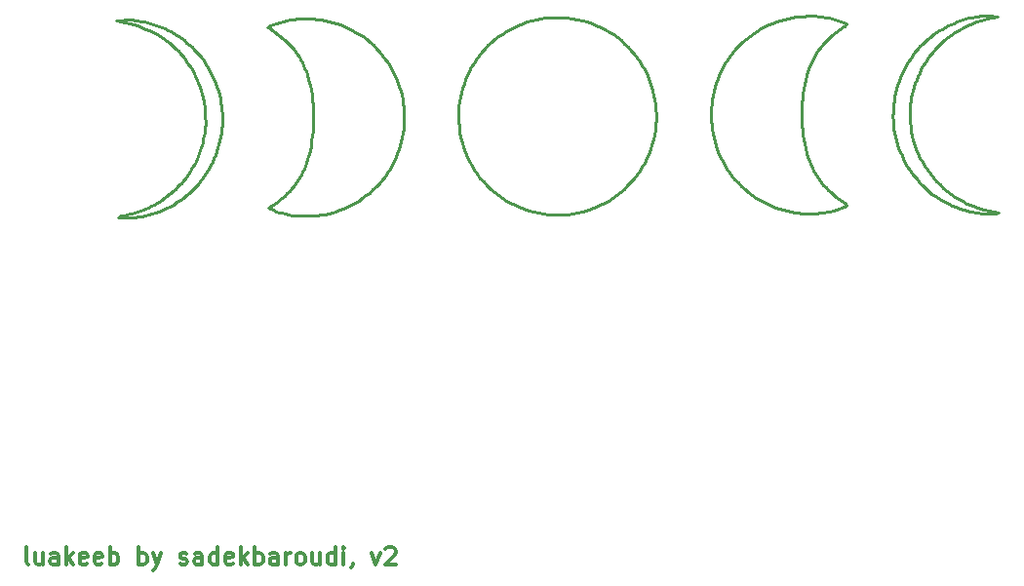
<source format=gbr>
%TF.GenerationSoftware,KiCad,Pcbnew,(5.1.10)-1*%
%TF.CreationDate,2021-12-10T08:58:01-08:00*%
%TF.ProjectId,5col-bottomplate,35636f6c-2d62-46f7-9474-6f6d706c6174,rev?*%
%TF.SameCoordinates,Original*%
%TF.FileFunction,Legend,Top*%
%TF.FilePolarity,Positive*%
%FSLAX46Y46*%
G04 Gerber Fmt 4.6, Leading zero omitted, Abs format (unit mm)*
G04 Created by KiCad (PCBNEW (5.1.10)-1) date 2021-12-10 08:58:01*
%MOMM*%
%LPD*%
G01*
G04 APERTURE LIST*
%ADD10C,0.250000*%
%ADD11C,0.300000*%
%ADD12C,0.150000*%
G04 APERTURE END LIST*
D10*
X130565197Y-73019966D02*
X130761674Y-72764738D01*
X130761674Y-72764738D02*
X130966235Y-72519915D01*
X130966235Y-72519915D02*
X131178280Y-72285435D01*
X131178280Y-72285435D02*
X131397213Y-72061239D01*
X131397213Y-72061239D02*
X131622434Y-71847264D01*
X131622434Y-71847264D02*
X131853345Y-71643451D01*
X131853345Y-71643451D02*
X132089347Y-71449739D01*
X132089347Y-71449739D02*
X132329843Y-71266067D01*
X132329843Y-71266067D02*
X132574234Y-71092376D01*
X132574234Y-71092376D02*
X132821922Y-70928604D01*
X132821922Y-70928604D02*
X133072309Y-70774691D01*
X133072309Y-70774691D02*
X133324795Y-70630577D01*
X133324795Y-70630577D02*
X133578784Y-70496200D01*
X133578784Y-70496200D02*
X133833676Y-70371500D01*
X133833676Y-70371500D02*
X134088873Y-70256417D01*
X134088873Y-70256417D02*
X134343777Y-70150890D01*
X134343777Y-70150890D02*
X134597790Y-70054859D01*
X134597790Y-70054859D02*
X134850313Y-69968263D01*
X134850313Y-69968263D02*
X135100748Y-69891041D01*
X135100748Y-69891041D02*
X135348496Y-69823133D01*
X135348496Y-69823133D02*
X135592960Y-69764478D01*
X135592960Y-69764478D02*
X136069640Y-69674686D01*
X136069640Y-69674686D02*
X136526002Y-69621181D01*
X136526002Y-69621181D02*
X136957259Y-69603478D01*
X136957259Y-69603478D02*
X137358624Y-69621092D01*
X137358624Y-69621092D02*
X137725311Y-69673540D01*
X137725311Y-69673540D02*
X137894155Y-69712675D01*
X137894155Y-69712675D02*
X137894155Y-69712675D01*
X130710718Y-83603300D02*
X130488139Y-83313233D01*
X130488139Y-83313233D02*
X130279313Y-83016304D01*
X130279313Y-83016304D02*
X130084270Y-82712936D01*
X130084270Y-82712936D02*
X129903041Y-82403553D01*
X129903041Y-82403553D02*
X129735658Y-82088580D01*
X129735658Y-82088580D02*
X129582153Y-81768440D01*
X129582153Y-81768440D02*
X129442556Y-81443557D01*
X129442556Y-81443557D02*
X129316901Y-81114356D01*
X129316901Y-81114356D02*
X129205217Y-80781259D01*
X129205217Y-80781259D02*
X129107537Y-80444690D01*
X129107537Y-80444690D02*
X129023892Y-80105075D01*
X129023892Y-80105075D02*
X128954313Y-79762836D01*
X128954313Y-79762836D02*
X128898832Y-79418398D01*
X128898832Y-79418398D02*
X128857481Y-79072184D01*
X128857481Y-79072184D02*
X128830291Y-78724618D01*
X128830291Y-78724618D02*
X128817293Y-78376125D01*
X128817293Y-78376125D02*
X128818519Y-78027127D01*
X128818519Y-78027127D02*
X128834001Y-77678050D01*
X128834001Y-77678050D02*
X128863769Y-77329317D01*
X128863769Y-77329317D02*
X128907856Y-76981352D01*
X128907856Y-76981352D02*
X128966293Y-76634578D01*
X128966293Y-76634578D02*
X129039111Y-76289421D01*
X129039111Y-76289421D02*
X129126342Y-75946302D01*
X129126342Y-75946302D02*
X129228017Y-75605648D01*
X129228017Y-75605648D02*
X129344169Y-75267880D01*
X129344169Y-75267880D02*
X129474827Y-74933424D01*
X129474827Y-74933424D02*
X129620025Y-74602704D01*
X129620025Y-74602704D02*
X129779792Y-74276142D01*
X129779792Y-74276142D02*
X129954162Y-73954164D01*
X129954162Y-73954164D02*
X130143165Y-73637192D01*
X130143165Y-73637192D02*
X130346833Y-73325651D01*
X130346833Y-73325651D02*
X130565197Y-73019966D01*
X61403114Y-70083091D02*
X61403114Y-70083091D01*
X124770822Y-70334445D02*
X124770822Y-70334445D01*
X137894155Y-69712675D02*
X137417875Y-69795366D01*
X137417875Y-69795366D02*
X136958785Y-69896562D01*
X136958785Y-69896562D02*
X136516710Y-70015465D01*
X136516710Y-70015465D02*
X136091474Y-70151278D01*
X136091474Y-70151278D02*
X135682904Y-70303205D01*
X135682904Y-70303205D02*
X135290825Y-70470448D01*
X135290825Y-70470448D02*
X134915063Y-70652210D01*
X134915063Y-70652210D02*
X134555444Y-70847695D01*
X134555444Y-70847695D02*
X134211792Y-71056106D01*
X134211792Y-71056106D02*
X133883934Y-71276645D01*
X133883934Y-71276645D02*
X133571696Y-71508516D01*
X133571696Y-71508516D02*
X133274902Y-71750922D01*
X133274902Y-71750922D02*
X132993378Y-72003065D01*
X132993378Y-72003065D02*
X132726951Y-72264149D01*
X132726951Y-72264149D02*
X132475445Y-72533378D01*
X132475445Y-72533378D02*
X132238686Y-72809953D01*
X132238686Y-72809953D02*
X132016500Y-73093078D01*
X132016500Y-73093078D02*
X131808712Y-73381956D01*
X131808712Y-73381956D02*
X131615148Y-73675790D01*
X131615148Y-73675790D02*
X131435634Y-73973784D01*
X131435634Y-73973784D02*
X131269995Y-74275139D01*
X131269995Y-74275139D02*
X131118057Y-74579060D01*
X131118057Y-74579060D02*
X130979645Y-74884749D01*
X130979645Y-74884749D02*
X130854584Y-75191410D01*
X130854584Y-75191410D02*
X130742702Y-75498244D01*
X130742702Y-75498244D02*
X130643822Y-75804457D01*
X130643822Y-75804457D02*
X130557771Y-76109250D01*
X130557771Y-76109250D02*
X130484375Y-76411826D01*
X130484375Y-76411826D02*
X130423458Y-76711389D01*
X130423458Y-76711389D02*
X130374846Y-77007142D01*
X130374846Y-77007142D02*
X130338366Y-77298287D01*
X130338366Y-77298287D02*
X130313843Y-77584029D01*
X67779572Y-83166737D02*
X67930144Y-82937216D01*
X67930144Y-82937216D02*
X68069321Y-82700098D01*
X68069321Y-82700098D02*
X68197105Y-82455385D01*
X68197105Y-82455385D02*
X68313493Y-82203074D01*
X68313493Y-82203074D02*
X68374885Y-82055487D01*
X66112697Y-85045279D02*
X66319018Y-84860926D01*
X66319018Y-84860926D02*
X66520711Y-84671945D01*
X66520711Y-84671945D02*
X66716944Y-84477504D01*
X66716944Y-84477504D02*
X66906886Y-84276773D01*
X66906886Y-84276773D02*
X67012280Y-84158925D01*
X114901864Y-72834758D02*
X115183235Y-72507617D01*
X115183235Y-72507617D02*
X115473715Y-72200610D01*
X115473715Y-72200610D02*
X115772566Y-71913331D01*
X115772566Y-71913331D02*
X116079052Y-71645373D01*
X116079052Y-71645373D02*
X116392437Y-71396328D01*
X116392437Y-71396328D02*
X116711985Y-71165790D01*
X116711985Y-71165790D02*
X117036959Y-70953351D01*
X117036959Y-70953351D02*
X117366622Y-70758605D01*
X117366622Y-70758605D02*
X117700239Y-70581145D01*
X117700239Y-70581145D02*
X118037072Y-70420564D01*
X118037072Y-70420564D02*
X118376386Y-70276454D01*
X118376386Y-70276454D02*
X118717444Y-70148410D01*
X118717444Y-70148410D02*
X119059510Y-70036023D01*
X119059510Y-70036023D02*
X119401847Y-69938888D01*
X119401847Y-69938888D02*
X119743718Y-69856596D01*
X119743718Y-69856596D02*
X120084389Y-69788742D01*
X120084389Y-69788742D02*
X120423121Y-69734917D01*
X120423121Y-69734917D02*
X120759180Y-69694716D01*
X120759180Y-69694716D02*
X121091827Y-69667732D01*
X121091827Y-69667732D02*
X121420328Y-69653556D01*
X121420328Y-69653556D02*
X121743945Y-69651783D01*
X121743945Y-69651783D02*
X122061943Y-69662005D01*
X122061943Y-69662005D02*
X122373584Y-69683816D01*
X122373584Y-69683816D02*
X122678133Y-69716808D01*
X122678133Y-69716808D02*
X122974852Y-69760575D01*
X122974852Y-69760575D02*
X123263006Y-69814709D01*
X123263006Y-69814709D02*
X123541859Y-69878804D01*
X123541859Y-69878804D02*
X123810673Y-69952452D01*
X123810673Y-69952452D02*
X124068713Y-70035248D01*
X124068713Y-70035248D02*
X124315242Y-70126783D01*
X124315242Y-70126783D02*
X124549524Y-70226651D01*
X124549524Y-70226651D02*
X124770822Y-70334445D01*
X124400405Y-85746425D02*
X124623574Y-85879447D01*
X124623574Y-85879447D02*
X124818403Y-86057161D01*
X124818403Y-86057161D02*
X124836968Y-86090383D01*
X135288010Y-86566633D02*
X134944471Y-86471293D01*
X134944471Y-86471293D02*
X134608413Y-86363880D01*
X134608413Y-86363880D02*
X134279873Y-86244414D01*
X134279873Y-86244414D02*
X133958891Y-86112913D01*
X133958891Y-86112913D02*
X133645506Y-85969398D01*
X133645506Y-85969398D02*
X133339756Y-85813888D01*
X133339756Y-85813888D02*
X133041680Y-85646401D01*
X133041680Y-85646401D02*
X132751316Y-85466958D01*
X132751316Y-85466958D02*
X132468704Y-85275577D01*
X132468704Y-85275577D02*
X132193883Y-85072279D01*
X132193883Y-85072279D02*
X131926890Y-84857082D01*
X131926890Y-84857082D02*
X131667765Y-84630006D01*
X131667765Y-84630006D02*
X131416546Y-84391071D01*
X131416546Y-84391071D02*
X131173273Y-84140295D01*
X131173273Y-84140295D02*
X130937984Y-83877698D01*
X130937984Y-83877698D02*
X130710718Y-83603300D01*
X132324676Y-83682675D02*
X132605401Y-84001134D01*
X132605401Y-84001134D02*
X132896785Y-84301784D01*
X132896785Y-84301784D02*
X133198634Y-84584800D01*
X133198634Y-84584800D02*
X133510753Y-84850355D01*
X133510753Y-84850355D02*
X133832949Y-85098625D01*
X133832949Y-85098625D02*
X134165029Y-85329783D01*
X134165029Y-85329783D02*
X134506797Y-85544005D01*
X134506797Y-85544005D02*
X134858061Y-85741463D01*
X134858061Y-85741463D02*
X135218627Y-85922334D01*
X135218627Y-85922334D02*
X135588301Y-86086791D01*
X135588301Y-86086791D02*
X135966889Y-86235009D01*
X135966889Y-86235009D02*
X136354197Y-86367161D01*
X136354197Y-86367161D02*
X136750032Y-86483424D01*
X136750032Y-86483424D02*
X137154200Y-86583970D01*
X137154200Y-86583970D02*
X137566507Y-86668974D01*
X137566507Y-86668974D02*
X137986760Y-86738612D01*
X61588322Y-87135487D02*
X61824192Y-87007608D01*
X61824192Y-87007608D02*
X62075375Y-86935040D01*
X62075375Y-86935040D02*
X62334392Y-86889535D01*
X62334392Y-86889535D02*
X62593764Y-86842843D01*
X62593764Y-86842843D02*
X62739260Y-86804758D01*
X64763322Y-86725383D02*
X64472409Y-86817499D01*
X64472409Y-86817499D02*
X64180101Y-86900023D01*
X64180101Y-86900023D02*
X63886398Y-86972431D01*
X63886398Y-86972431D02*
X63591300Y-87034201D01*
X63591300Y-87034201D02*
X63294807Y-87084808D01*
X63294807Y-87084808D02*
X62996918Y-87123730D01*
X62996918Y-87123730D02*
X62697634Y-87150443D01*
X62697634Y-87150443D02*
X62396954Y-87164425D01*
X62396954Y-87164425D02*
X62094880Y-87165152D01*
X62094880Y-87165152D02*
X61791410Y-87152100D01*
X61791410Y-87152100D02*
X61588322Y-87135487D01*
X74605822Y-86302050D02*
X74605822Y-86302050D01*
X69102489Y-83418091D02*
X68894901Y-83707979D01*
X68894901Y-83707979D02*
X68678923Y-83987229D01*
X68678923Y-83987229D02*
X68454534Y-84255743D01*
X68454534Y-84255743D02*
X68221715Y-84513424D01*
X68221715Y-84513424D02*
X67980448Y-84760176D01*
X67980448Y-84760176D02*
X67730712Y-84995901D01*
X67730712Y-84995901D02*
X67472488Y-85220503D01*
X67472488Y-85220503D02*
X67205757Y-85433885D01*
X67205757Y-85433885D02*
X66930499Y-85635949D01*
X66930499Y-85635949D02*
X66646695Y-85826600D01*
X66646695Y-85826600D02*
X66354326Y-86005740D01*
X66354326Y-86005740D02*
X66053372Y-86173271D01*
X66053372Y-86173271D02*
X65743814Y-86329098D01*
X65743814Y-86329098D02*
X65425633Y-86473124D01*
X65425633Y-86473124D02*
X65098808Y-86605251D01*
X65098808Y-86605251D02*
X64763322Y-86725383D01*
X124836968Y-86090383D02*
X124396675Y-86297227D01*
X124396675Y-86297227D02*
X124158023Y-86389554D01*
X124158023Y-86389554D02*
X123907954Y-86473899D01*
X123907954Y-86473899D02*
X123647160Y-86549824D01*
X123647160Y-86549824D02*
X123376330Y-86616891D01*
X123376330Y-86616891D02*
X123096154Y-86674661D01*
X123096154Y-86674661D02*
X122807324Y-86722695D01*
X122807324Y-86722695D02*
X122510529Y-86760556D01*
X122510529Y-86760556D02*
X122206459Y-86787804D01*
X122206459Y-86787804D02*
X121895806Y-86804002D01*
X121895806Y-86804002D02*
X121579259Y-86808711D01*
X121579259Y-86808711D02*
X121257509Y-86801492D01*
X121257509Y-86801492D02*
X120931246Y-86781907D01*
X120931246Y-86781907D02*
X120601161Y-86749517D01*
X120601161Y-86749517D02*
X120267944Y-86703885D01*
X120267944Y-86703885D02*
X119932285Y-86644571D01*
X119932285Y-86644571D02*
X119594874Y-86571138D01*
X119594874Y-86571138D02*
X119256403Y-86483146D01*
X119256403Y-86483146D02*
X118917561Y-86380158D01*
X118917561Y-86380158D02*
X118579039Y-86261734D01*
X118579039Y-86261734D02*
X118241527Y-86127438D01*
X118241527Y-86127438D02*
X117905715Y-85976829D01*
X117905715Y-85976829D02*
X117572294Y-85809469D01*
X117572294Y-85809469D02*
X117241955Y-85624921D01*
X117241955Y-85624921D02*
X116915387Y-85422745D01*
X116915387Y-85422745D02*
X116593281Y-85202504D01*
X116593281Y-85202504D02*
X116276327Y-84963758D01*
X116276327Y-84963758D02*
X115965216Y-84706070D01*
X115965216Y-84706070D02*
X115660638Y-84429001D01*
X115660638Y-84429001D02*
X115363283Y-84132112D01*
X115363283Y-84132112D02*
X115073843Y-83814966D01*
X68732072Y-73205175D02*
X68959838Y-73511600D01*
X68959838Y-73511600D02*
X69171961Y-73822892D01*
X69171961Y-73822892D02*
X69368610Y-74138646D01*
X69368610Y-74138646D02*
X69549954Y-74458457D01*
X69549954Y-74458457D02*
X69716164Y-74781921D01*
X69716164Y-74781921D02*
X69867409Y-75108634D01*
X69867409Y-75108634D02*
X70003858Y-75438190D01*
X70003858Y-75438190D02*
X70125682Y-75770186D01*
X70125682Y-75770186D02*
X70233048Y-76104216D01*
X70233048Y-76104216D02*
X70326128Y-76439877D01*
X70326128Y-76439877D02*
X70405090Y-76776763D01*
X70405090Y-76776763D02*
X70470105Y-77114470D01*
X70470105Y-77114470D02*
X70521341Y-77452595D01*
X70521341Y-77452595D02*
X70558969Y-77790731D01*
X70558969Y-77790731D02*
X70583158Y-78128475D01*
X70583158Y-78128475D02*
X70594077Y-78465422D01*
X70594077Y-78465422D02*
X70591896Y-78801167D01*
X70591896Y-78801167D02*
X70576785Y-79135306D01*
X70576785Y-79135306D02*
X70548912Y-79467435D01*
X70548912Y-79467435D02*
X70508449Y-79797149D01*
X70508449Y-79797149D02*
X70455564Y-80124043D01*
X70455564Y-80124043D02*
X70390426Y-80447713D01*
X70390426Y-80447713D02*
X70313206Y-80767755D01*
X70313206Y-80767755D02*
X70224074Y-81083763D01*
X70224074Y-81083763D02*
X70123197Y-81395333D01*
X70123197Y-81395333D02*
X70010747Y-81702062D01*
X70010747Y-81702062D02*
X69886892Y-82003543D01*
X69886892Y-82003543D02*
X69751803Y-82299373D01*
X69751803Y-82299373D02*
X69605648Y-82589148D01*
X69605648Y-82589148D02*
X69448598Y-82872462D01*
X69448598Y-82872462D02*
X69280821Y-83148911D01*
X69280821Y-83148911D02*
X69102489Y-83418091D01*
X61403114Y-70083091D02*
X61800082Y-70014526D01*
X61800082Y-70014526D02*
X62224278Y-69982296D01*
X62224278Y-69982296D02*
X62671611Y-69986149D01*
X62671611Y-69986149D02*
X63137994Y-70025833D01*
X63137994Y-70025833D02*
X63619338Y-70101096D01*
X63619338Y-70101096D02*
X63864342Y-70151992D01*
X63864342Y-70151992D02*
X64111552Y-70211687D01*
X64111552Y-70211687D02*
X64360459Y-70280152D01*
X64360459Y-70280152D02*
X64610550Y-70357353D01*
X64610550Y-70357353D02*
X64861314Y-70443261D01*
X64861314Y-70443261D02*
X65112241Y-70537843D01*
X65112241Y-70537843D02*
X65362819Y-70641068D01*
X65362819Y-70641068D02*
X65612536Y-70752904D01*
X65612536Y-70752904D02*
X65860883Y-70873321D01*
X65860883Y-70873321D02*
X66107348Y-71002285D01*
X66107348Y-71002285D02*
X66351419Y-71139767D01*
X66351419Y-71139767D02*
X66592586Y-71285734D01*
X66592586Y-71285734D02*
X66830338Y-71440155D01*
X66830338Y-71440155D02*
X67064163Y-71602998D01*
X67064163Y-71602998D02*
X67293550Y-71774232D01*
X67293550Y-71774232D02*
X67517989Y-71953826D01*
X67517989Y-71953826D02*
X67736967Y-72141748D01*
X67736967Y-72141748D02*
X67949975Y-72337966D01*
X67949975Y-72337966D02*
X68156500Y-72542450D01*
X68156500Y-72542450D02*
X68356032Y-72755166D01*
X68356032Y-72755166D02*
X68548059Y-72976085D01*
X68548059Y-72976085D02*
X68732072Y-73205175D01*
X115073843Y-83814966D02*
X114833317Y-83524699D01*
X114833317Y-83524699D02*
X114607841Y-83224821D01*
X114607841Y-83224821D02*
X114397427Y-82915951D01*
X114397427Y-82915951D02*
X114202087Y-82598709D01*
X114202087Y-82598709D02*
X114021834Y-82273716D01*
X114021834Y-82273716D02*
X113856679Y-81941592D01*
X113856679Y-81941592D02*
X113706634Y-81602956D01*
X113706634Y-81602956D02*
X113571712Y-81258429D01*
X113571712Y-81258429D02*
X113451925Y-80908632D01*
X113451925Y-80908632D02*
X113347285Y-80554183D01*
X113347285Y-80554183D02*
X113257803Y-80195704D01*
X113257803Y-80195704D02*
X113183493Y-79833813D01*
X113183493Y-79833813D02*
X113124366Y-79469133D01*
X113124366Y-79469133D02*
X113080434Y-79102282D01*
X113080434Y-79102282D02*
X113051710Y-78733881D01*
X113051710Y-78733881D02*
X113038205Y-78364549D01*
X113038205Y-78364549D02*
X113039931Y-77994908D01*
X113039931Y-77994908D02*
X113056902Y-77625576D01*
X113056902Y-77625576D02*
X113089128Y-77257175D01*
X113089128Y-77257175D02*
X113136623Y-76890324D01*
X113136623Y-76890324D02*
X113199397Y-76525643D01*
X113199397Y-76525643D02*
X113277463Y-76163753D01*
X113277463Y-76163753D02*
X113370834Y-75805274D01*
X113370834Y-75805274D02*
X113479521Y-75450825D01*
X113479521Y-75450825D02*
X113603537Y-75101028D01*
X113603537Y-75101028D02*
X113742894Y-74756501D01*
X113742894Y-74756501D02*
X113897603Y-74417865D01*
X113897603Y-74417865D02*
X114067677Y-74085741D01*
X114067677Y-74085741D02*
X114253128Y-73760748D01*
X114253128Y-73760748D02*
X114453968Y-73443506D01*
X114453968Y-73443506D02*
X114670209Y-73134636D01*
X114670209Y-73134636D02*
X114901864Y-72834758D01*
X137986760Y-86738612D02*
X137727324Y-86785571D01*
X137727324Y-86785571D02*
X137469785Y-86815700D01*
X137469785Y-86815700D02*
X137213947Y-86830307D01*
X137213947Y-86830307D02*
X136959613Y-86830699D01*
X136959613Y-86830699D02*
X136706587Y-86818185D01*
X136706587Y-86818185D02*
X136454673Y-86794074D01*
X136454673Y-86794074D02*
X136203674Y-86759672D01*
X136203674Y-86759672D02*
X135953395Y-86716288D01*
X135953395Y-86716288D02*
X135703639Y-86665230D01*
X135703639Y-86665230D02*
X135454211Y-86607806D01*
X135454211Y-86607806D02*
X135288010Y-86566633D01*
X130313843Y-77584029D02*
X130296166Y-78012672D01*
X130296166Y-78012672D02*
X130297694Y-78435346D01*
X130297694Y-78435346D02*
X130318406Y-78851974D01*
X130318406Y-78851974D02*
X130358284Y-79262479D01*
X130358284Y-79262479D02*
X130417308Y-79666783D01*
X130417308Y-79666783D02*
X130495459Y-80064807D01*
X130495459Y-80064807D02*
X130592718Y-80456476D01*
X130592718Y-80456476D02*
X130709064Y-80841711D01*
X130709064Y-80841711D02*
X130844479Y-81220435D01*
X130844479Y-81220435D02*
X130998943Y-81592569D01*
X130998943Y-81592569D02*
X131172437Y-81958038D01*
X131172437Y-81958038D02*
X131364941Y-82316763D01*
X131364941Y-82316763D02*
X131576437Y-82668667D01*
X131576437Y-82668667D02*
X131806904Y-83013671D01*
X131806904Y-83013671D02*
X132056323Y-83351700D01*
X132056323Y-83351700D02*
X132324676Y-83682675D01*
X67012280Y-84158925D02*
X67190934Y-83947182D01*
X67190934Y-83947182D02*
X67362824Y-83730336D01*
X67362824Y-83730336D02*
X67528778Y-83510879D01*
X67528778Y-83510879D02*
X67689629Y-83291303D01*
X67689629Y-83291303D02*
X67779572Y-83166737D01*
X69115718Y-78338091D02*
X69099423Y-78060417D01*
X69099423Y-78060417D02*
X69081940Y-77783574D01*
X69081940Y-77783574D02*
X69058286Y-77508392D01*
X69058286Y-77508392D02*
X69023475Y-77235703D01*
X69023475Y-77235703D02*
X68996655Y-77081320D01*
X69076030Y-79594862D02*
X69110358Y-79318671D01*
X69110358Y-79318671D02*
X69128187Y-79044618D01*
X69128187Y-79044618D02*
X69132011Y-78771038D01*
X69132011Y-78771038D02*
X69124322Y-78496272D01*
X69124322Y-78496272D02*
X69115718Y-78338091D01*
X62739260Y-86804758D02*
X63001192Y-86722254D01*
X63001192Y-86722254D02*
X63264431Y-86642836D01*
X63264431Y-86642836D02*
X63526482Y-86558195D01*
X63526482Y-86558195D02*
X63784855Y-86460024D01*
X63784855Y-86460024D02*
X63929885Y-86394654D01*
X68374885Y-82055487D02*
X68478649Y-81801958D01*
X68478649Y-81801958D02*
X68579920Y-81545463D01*
X68579920Y-81545463D02*
X68676207Y-81286830D01*
X68676207Y-81286830D02*
X68765015Y-81026893D01*
X68765015Y-81026893D02*
X68811447Y-80878091D01*
X65094051Y-85786112D02*
X65326417Y-85636347D01*
X65326417Y-85636347D02*
X65554155Y-85481124D01*
X65554155Y-85481124D02*
X65776433Y-85318778D01*
X65776433Y-85318778D02*
X65992420Y-85147649D01*
X65992420Y-85147649D02*
X66112697Y-85045279D01*
X121450301Y-81923195D02*
X121553195Y-82223819D01*
X121553195Y-82223819D02*
X121668220Y-82515587D01*
X121668220Y-82515587D02*
X121795105Y-82798636D01*
X121795105Y-82798636D02*
X121933579Y-83073099D01*
X121933579Y-83073099D02*
X122083369Y-83339113D01*
X122083369Y-83339113D02*
X122244206Y-83596814D01*
X122244206Y-83596814D02*
X122415817Y-83846337D01*
X122415817Y-83846337D02*
X122597931Y-84087818D01*
X122597931Y-84087818D02*
X122790277Y-84321392D01*
X122790277Y-84321392D02*
X122992584Y-84547195D01*
X122992584Y-84547195D02*
X123204580Y-84765363D01*
X123204580Y-84765363D02*
X123425994Y-84976032D01*
X123425994Y-84976032D02*
X123656555Y-85179337D01*
X123656555Y-85179337D02*
X123895991Y-85375414D01*
X123895991Y-85375414D02*
X124144031Y-85564397D01*
X124144031Y-85564397D02*
X124400405Y-85746425D01*
X68996655Y-77081320D02*
X68927488Y-76753178D01*
X68927488Y-76753178D02*
X68846554Y-76428779D01*
X68846554Y-76428779D02*
X68753944Y-76108454D01*
X68753944Y-76108454D02*
X68649751Y-75792535D01*
X68649751Y-75792535D02*
X68534066Y-75481355D01*
X68534066Y-75481355D02*
X68406981Y-75175244D01*
X68406981Y-75175244D02*
X68268590Y-74874535D01*
X68268590Y-74874535D02*
X68118982Y-74579560D01*
X68118982Y-74579560D02*
X67958252Y-74290651D01*
X67958252Y-74290651D02*
X67786490Y-74008138D01*
X67786490Y-74008138D02*
X67603788Y-73732355D01*
X67603788Y-73732355D02*
X67410240Y-73463634D01*
X67410240Y-73463634D02*
X67205937Y-73202305D01*
X67205937Y-73202305D02*
X66990970Y-72948701D01*
X66990970Y-72948701D02*
X66765432Y-72703153D01*
X66765432Y-72703153D02*
X66529415Y-72465994D01*
X66529415Y-72465994D02*
X66283012Y-72237556D01*
X66283012Y-72237556D02*
X66026313Y-72018170D01*
X66026313Y-72018170D02*
X65759412Y-71808167D01*
X65759412Y-71808167D02*
X65482399Y-71607881D01*
X65482399Y-71607881D02*
X65195368Y-71417643D01*
X65195368Y-71417643D02*
X64898410Y-71237784D01*
X64898410Y-71237784D02*
X64591618Y-71068637D01*
X64591618Y-71068637D02*
X64275083Y-70910534D01*
X64275083Y-70910534D02*
X63948897Y-70763805D01*
X63948897Y-70763805D02*
X63613153Y-70628784D01*
X63613153Y-70628784D02*
X63267942Y-70505802D01*
X63267942Y-70505802D02*
X62913357Y-70395190D01*
X62913357Y-70395190D02*
X62549490Y-70297282D01*
X62549490Y-70297282D02*
X62176432Y-70212408D01*
X62176432Y-70212408D02*
X61794276Y-70140900D01*
X61794276Y-70140900D02*
X61403114Y-70083091D01*
X63929885Y-86394654D02*
X64190057Y-86265774D01*
X64190057Y-86265774D02*
X64448567Y-86137369D01*
X64448567Y-86137369D02*
X64703754Y-86006116D01*
X64703754Y-86006116D02*
X64953956Y-85868690D01*
X64953956Y-85868690D02*
X65094051Y-85786112D01*
X68811447Y-80878091D02*
X68884161Y-80598656D01*
X68884161Y-80598656D02*
X68947143Y-80317085D01*
X68947143Y-80317085D02*
X69002053Y-80035039D01*
X69002053Y-80035039D02*
X69050553Y-79754180D01*
X69050553Y-79754180D02*
X69076030Y-79594862D01*
X77952801Y-74739758D02*
X77861039Y-74467833D01*
X77861039Y-74467833D02*
X77759453Y-74202710D01*
X77759453Y-74202710D02*
X77648139Y-73944370D01*
X77648139Y-73944370D02*
X77527193Y-73692793D01*
X77527193Y-73692793D02*
X77396714Y-73447960D01*
X77396714Y-73447960D02*
X77256796Y-73209851D01*
X77256796Y-73209851D02*
X77107539Y-72978447D01*
X77107539Y-72978447D02*
X76949038Y-72753729D01*
X76949038Y-72753729D02*
X76781390Y-72535677D01*
X76781390Y-72535677D02*
X76604692Y-72324272D01*
X76604692Y-72324272D02*
X76419041Y-72119494D01*
X76419041Y-72119494D02*
X76224534Y-71921325D01*
X76224534Y-71921325D02*
X76021268Y-71729744D01*
X76021268Y-71729744D02*
X75809340Y-71544733D01*
X75809340Y-71544733D02*
X75588847Y-71366271D01*
X75588847Y-71366271D02*
X75359885Y-71194341D01*
X121146030Y-75586425D02*
X121076777Y-75985767D01*
X121076777Y-75985767D02*
X121018027Y-76385032D01*
X121018027Y-76385032D02*
X120970052Y-76784142D01*
X120970052Y-76784142D02*
X120933123Y-77183019D01*
X120933123Y-77183019D02*
X120907511Y-77581586D01*
X120907511Y-77581586D02*
X120893487Y-77979766D01*
X120893487Y-77979766D02*
X120891323Y-78377481D01*
X120891323Y-78377481D02*
X120901290Y-78774653D01*
X120901290Y-78774653D02*
X120923660Y-79171205D01*
X120923660Y-79171205D02*
X120958703Y-79567059D01*
X120958703Y-79567059D02*
X121006691Y-79962139D01*
X121006691Y-79962139D02*
X121067895Y-80356365D01*
X121067895Y-80356365D02*
X121142587Y-80749662D01*
X121142587Y-80749662D02*
X121231037Y-81141950D01*
X121231037Y-81141950D02*
X121333518Y-81533154D01*
X121333518Y-81533154D02*
X121450301Y-81923195D01*
X124532697Y-70572570D02*
X124182908Y-70792821D01*
X124182908Y-70792821D02*
X123852712Y-71026754D01*
X123852712Y-71026754D02*
X123541856Y-71274097D01*
X123541856Y-71274097D02*
X123250087Y-71534578D01*
X123250087Y-71534578D02*
X122977155Y-71807927D01*
X122977155Y-71807927D02*
X122722807Y-72093873D01*
X122722807Y-72093873D02*
X122486791Y-72392143D01*
X122486791Y-72392143D02*
X122268855Y-72702466D01*
X122268855Y-72702466D02*
X122068748Y-73024572D01*
X122068748Y-73024572D02*
X121886217Y-73358188D01*
X121886217Y-73358188D02*
X121721011Y-73703045D01*
X121721011Y-73703045D02*
X121572877Y-74058869D01*
X121572877Y-74058869D02*
X121441564Y-74425391D01*
X121441564Y-74425391D02*
X121326820Y-74802338D01*
X121326820Y-74802338D02*
X121228392Y-75189440D01*
X121228392Y-75189440D02*
X121146030Y-75586425D01*
X124770822Y-70334445D02*
X124601319Y-70531714D01*
X124601319Y-70531714D02*
X124532697Y-70572570D01*
X78085093Y-81804133D02*
X78189705Y-81360284D01*
X78189705Y-81360284D02*
X78280171Y-80916745D01*
X78280171Y-80916745D02*
X78356297Y-80473516D01*
X78356297Y-80473516D02*
X78417888Y-80030597D01*
X78417888Y-80030597D02*
X78464752Y-79587989D01*
X78464752Y-79587989D02*
X78496695Y-79145690D01*
X78496695Y-79145690D02*
X78513522Y-78703701D01*
X78513522Y-78703701D02*
X78515040Y-78262023D01*
X78515040Y-78262023D02*
X78501055Y-77820654D01*
X78501055Y-77820654D02*
X78471373Y-77379596D01*
X78471373Y-77379596D02*
X78425801Y-76938848D01*
X78425801Y-76938848D02*
X78364145Y-76498410D01*
X78364145Y-76498410D02*
X78286210Y-76058281D01*
X78286210Y-76058281D02*
X78191804Y-75618463D01*
X78191804Y-75618463D02*
X78080732Y-75178955D01*
X78080732Y-75178955D02*
X77952801Y-74739758D01*
X74605822Y-86302050D02*
X74826124Y-86150785D01*
X74826124Y-86150785D02*
X75036693Y-86006760D01*
X75036693Y-86006760D02*
X75267558Y-85845698D01*
X75267558Y-85845698D02*
X75490361Y-85682465D01*
X75490361Y-85682465D02*
X75545093Y-85640591D01*
X91102593Y-78298404D02*
X91102593Y-78298404D01*
X84236655Y-84145695D02*
X83956792Y-84447406D01*
X83956792Y-84447406D02*
X83668349Y-84730197D01*
X83668349Y-84730197D02*
X83372049Y-84994447D01*
X83372049Y-84994447D02*
X83068612Y-85240537D01*
X83068612Y-85240537D02*
X82758761Y-85468847D01*
X82758761Y-85468847D02*
X82443217Y-85679758D01*
X82443217Y-85679758D02*
X82122703Y-85873649D01*
X82122703Y-85873649D02*
X81797940Y-86050901D01*
X81797940Y-86050901D02*
X81469650Y-86211895D01*
X81469650Y-86211895D02*
X81138556Y-86357010D01*
X81138556Y-86357010D02*
X80805377Y-86486627D01*
X80805377Y-86486627D02*
X80470838Y-86601126D01*
X80470838Y-86601126D02*
X80135659Y-86700888D01*
X80135659Y-86700888D02*
X79800562Y-86786293D01*
X79800562Y-86786293D02*
X79466270Y-86857721D01*
X79466270Y-86857721D02*
X79133504Y-86915552D01*
X79133504Y-86915552D02*
X78802985Y-86960167D01*
X78802985Y-86960167D02*
X78475436Y-86991946D01*
X78475436Y-86991946D02*
X78151579Y-87011269D01*
X78151579Y-87011269D02*
X77832136Y-87018517D01*
X77832136Y-87018517D02*
X77517828Y-87014070D01*
X77517828Y-87014070D02*
X77209377Y-86998309D01*
X77209377Y-86998309D02*
X76907505Y-86971612D01*
X76907505Y-86971612D02*
X76612934Y-86934362D01*
X76612934Y-86934362D02*
X76326386Y-86886938D01*
X76326386Y-86886938D02*
X76048582Y-86829721D01*
X76048582Y-86829721D02*
X75780245Y-86763090D01*
X75780245Y-86763090D02*
X75522096Y-86687426D01*
X75522096Y-86687426D02*
X75274858Y-86603110D01*
X75274858Y-86603110D02*
X75039251Y-86510522D01*
X75039251Y-86510522D02*
X74605822Y-86302050D01*
X84514468Y-73072883D02*
X84754154Y-73389246D01*
X84754154Y-73389246D02*
X84977162Y-73712902D01*
X84977162Y-73712902D02*
X85183558Y-74043310D01*
X85183558Y-74043310D02*
X85373407Y-74379935D01*
X85373407Y-74379935D02*
X85546775Y-74722237D01*
X85546775Y-74722237D02*
X85703726Y-75069679D01*
X85703726Y-75069679D02*
X85844327Y-75421724D01*
X85844327Y-75421724D02*
X85968642Y-75777834D01*
X85968642Y-75777834D02*
X86076738Y-76137470D01*
X86076738Y-76137470D02*
X86168678Y-76500096D01*
X86168678Y-76500096D02*
X86244530Y-76865173D01*
X86244530Y-76865173D02*
X86304358Y-77232164D01*
X86304358Y-77232164D02*
X86348228Y-77600530D01*
X86348228Y-77600530D02*
X86376205Y-77969735D01*
X86376205Y-77969735D02*
X86388354Y-78339240D01*
X86388354Y-78339240D02*
X86384741Y-78708508D01*
X86384741Y-78708508D02*
X86365431Y-79077000D01*
X86365431Y-79077000D02*
X86330490Y-79444180D01*
X86330490Y-79444180D02*
X86279983Y-79809509D01*
X86279983Y-79809509D02*
X86213976Y-80172449D01*
X86213976Y-80172449D02*
X86132534Y-80532463D01*
X86132534Y-80532463D02*
X86035721Y-80889014D01*
X86035721Y-80889014D02*
X85923605Y-81241563D01*
X85923605Y-81241563D02*
X85796250Y-81589572D01*
X85796250Y-81589572D02*
X85653721Y-81932504D01*
X85653721Y-81932504D02*
X85496084Y-82269821D01*
X85496084Y-82269821D02*
X85323404Y-82600985D01*
X85323404Y-82600985D02*
X85135747Y-82925459D01*
X85135747Y-82925459D02*
X84933178Y-83242705D01*
X84933178Y-83242705D02*
X84715763Y-83552184D01*
X84715763Y-83552184D02*
X84483567Y-83853360D01*
X84483567Y-83853360D02*
X84236655Y-84145695D01*
X74513218Y-70599029D02*
X74765683Y-70479857D01*
X74765683Y-70479857D02*
X75029000Y-70370577D01*
X75029000Y-70370577D02*
X75302472Y-70271465D01*
X75302472Y-70271465D02*
X75585400Y-70182801D01*
X75585400Y-70182801D02*
X75877088Y-70104862D01*
X75877088Y-70104862D02*
X76176837Y-70037929D01*
X76176837Y-70037929D02*
X76483950Y-69982279D01*
X76483950Y-69982279D02*
X76797729Y-69938190D01*
X76797729Y-69938190D02*
X77117477Y-69905942D01*
X77117477Y-69905942D02*
X77442496Y-69885813D01*
X77442496Y-69885813D02*
X77772088Y-69878081D01*
X77772088Y-69878081D02*
X78105556Y-69883025D01*
X78105556Y-69883025D02*
X78442202Y-69900924D01*
X78442202Y-69900924D02*
X78781329Y-69932057D01*
X78781329Y-69932057D02*
X79122238Y-69976701D01*
X79122238Y-69976701D02*
X79464233Y-70035135D01*
X79464233Y-70035135D02*
X79806615Y-70107638D01*
X79806615Y-70107638D02*
X80148687Y-70194489D01*
X80148687Y-70194489D02*
X80489752Y-70295966D01*
X80489752Y-70295966D02*
X80829111Y-70412347D01*
X80829111Y-70412347D02*
X81166067Y-70543912D01*
X81166067Y-70543912D02*
X81499923Y-70690938D01*
X81499923Y-70690938D02*
X81829980Y-70853705D01*
X81829980Y-70853705D02*
X82155542Y-71032490D01*
X82155542Y-71032490D02*
X82475910Y-71227573D01*
X82475910Y-71227573D02*
X82790387Y-71439232D01*
X82790387Y-71439232D02*
X83098275Y-71667746D01*
X83098275Y-71667746D02*
X83398877Y-71913392D01*
X83398877Y-71913392D02*
X83691494Y-72176451D01*
X83691494Y-72176451D02*
X83975431Y-72457200D01*
X83975431Y-72457200D02*
X84249988Y-72755917D01*
X84249988Y-72755917D02*
X84514468Y-73072883D01*
X75359885Y-71194341D02*
X75156899Y-71047373D01*
X75156899Y-71047373D02*
X74946473Y-70901645D01*
X74946473Y-70901645D02*
X74731085Y-70753437D01*
X74731085Y-70753437D02*
X74513218Y-70599029D01*
X75545093Y-85640591D02*
X75782907Y-85453328D01*
X75782907Y-85453328D02*
X76010180Y-85258702D01*
X76010180Y-85258702D02*
X76226911Y-85056789D01*
X76226911Y-85056789D02*
X76433100Y-84847668D01*
X76433100Y-84847668D02*
X76628747Y-84631415D01*
X76628747Y-84631415D02*
X76813852Y-84408108D01*
X76813852Y-84408108D02*
X76988415Y-84177825D01*
X76988415Y-84177825D02*
X77152436Y-83940643D01*
X77152436Y-83940643D02*
X77305915Y-83696640D01*
X77305915Y-83696640D02*
X77448852Y-83445893D01*
X77448852Y-83445893D02*
X77581247Y-83188480D01*
X77581247Y-83188480D02*
X77703100Y-82924478D01*
X77703100Y-82924478D02*
X77814411Y-82653964D01*
X77814411Y-82653964D02*
X77915180Y-82377018D01*
X77915180Y-82377018D02*
X78005407Y-82093714D01*
X78005407Y-82093714D02*
X78085093Y-81804133D01*
X100151343Y-86910591D02*
X99716807Y-86923919D01*
X99716807Y-86923919D02*
X99284360Y-86914592D01*
X99284360Y-86914592D02*
X98854772Y-86883052D01*
X98854772Y-86883052D02*
X98428812Y-86829743D01*
X98428812Y-86829743D02*
X98007251Y-86755107D01*
X98007251Y-86755107D02*
X97590859Y-86659589D01*
X97590859Y-86659589D02*
X97180407Y-86543630D01*
X97180407Y-86543630D02*
X96776665Y-86407676D01*
X96776665Y-86407676D02*
X96380402Y-86252168D01*
X96380402Y-86252168D02*
X95992391Y-86077551D01*
X95992391Y-86077551D02*
X95613400Y-85884267D01*
X95613400Y-85884267D02*
X95244200Y-85672759D01*
X95244200Y-85672759D02*
X94885562Y-85443472D01*
X94885562Y-85443472D02*
X94538255Y-85196849D01*
X94538255Y-85196849D02*
X94203050Y-84933331D01*
X94203050Y-84933331D02*
X93880717Y-84653364D01*
X93880717Y-84653364D02*
X93572027Y-84357390D01*
X93572027Y-84357390D02*
X93277750Y-84045853D01*
X93277750Y-84045853D02*
X92998656Y-83719195D01*
X92998656Y-83719195D02*
X92735516Y-83377861D01*
X92735516Y-83377861D02*
X92489099Y-83022293D01*
X92489099Y-83022293D02*
X92260177Y-82652934D01*
X92260177Y-82652934D02*
X92049519Y-82270228D01*
X92049519Y-82270228D02*
X91857895Y-81874619D01*
X91857895Y-81874619D02*
X91686077Y-81466549D01*
X91686077Y-81466549D02*
X91534834Y-81046462D01*
X91534834Y-81046462D02*
X91404936Y-80614801D01*
X91404936Y-80614801D02*
X91297154Y-80172010D01*
X91297154Y-80172010D02*
X91212259Y-79718531D01*
X91212259Y-79718531D02*
X91151020Y-79254808D01*
X91151020Y-79254808D02*
X91114208Y-78781285D01*
X91114208Y-78781285D02*
X91102593Y-78298404D01*
X108234364Y-77716320D02*
X108254429Y-78178455D01*
X108254429Y-78178455D02*
X108250558Y-78634351D01*
X108250558Y-78634351D02*
X108223383Y-79083504D01*
X108223383Y-79083504D02*
X108173540Y-79525408D01*
X108173540Y-79525408D02*
X108101664Y-79959561D01*
X108101664Y-79959561D02*
X108008389Y-80385459D01*
X108008389Y-80385459D02*
X107894349Y-80802598D01*
X107894349Y-80802598D02*
X107760180Y-81210473D01*
X107760180Y-81210473D02*
X107606517Y-81608582D01*
X107606517Y-81608582D02*
X107433992Y-81996420D01*
X107433992Y-81996420D02*
X107243243Y-82373484D01*
X107243243Y-82373484D02*
X107034902Y-82739269D01*
X107034902Y-82739269D02*
X106809605Y-83093272D01*
X106809605Y-83093272D02*
X106567986Y-83434989D01*
X106567986Y-83434989D02*
X106310680Y-83763916D01*
X106310680Y-83763916D02*
X106038322Y-84079549D01*
X106038322Y-84079549D02*
X105751546Y-84381385D01*
X105751546Y-84381385D02*
X105450987Y-84668919D01*
X105450987Y-84668919D02*
X105137279Y-84941648D01*
X105137279Y-84941648D02*
X104811058Y-85199067D01*
X104811058Y-85199067D02*
X104472958Y-85440674D01*
X104472958Y-85440674D02*
X104123613Y-85665964D01*
X104123613Y-85665964D02*
X103763658Y-85874433D01*
X103763658Y-85874433D02*
X103393729Y-86065578D01*
X103393729Y-86065578D02*
X103014458Y-86238894D01*
X103014458Y-86238894D02*
X102626482Y-86393878D01*
X102626482Y-86393878D02*
X102230435Y-86530026D01*
X102230435Y-86530026D02*
X101826951Y-86646834D01*
X101826951Y-86646834D02*
X101416665Y-86743798D01*
X101416665Y-86743798D02*
X101000212Y-86820415D01*
X101000212Y-86820415D02*
X100578226Y-86876180D01*
X100578226Y-86876180D02*
X100151343Y-86910591D01*
X99066551Y-69792050D02*
X99551814Y-69772580D01*
X99551814Y-69772580D02*
X100027597Y-69778142D01*
X100027597Y-69778142D02*
X100493564Y-69807957D01*
X100493564Y-69807957D02*
X100949381Y-69861244D01*
X100949381Y-69861244D02*
X101394715Y-69937224D01*
X101394715Y-69937224D02*
X101829231Y-70035116D01*
X101829231Y-70035116D02*
X102252594Y-70154140D01*
X102252594Y-70154140D02*
X102664471Y-70293517D01*
X102664471Y-70293517D02*
X103064526Y-70452467D01*
X103064526Y-70452467D02*
X103452426Y-70630208D01*
X103452426Y-70630208D02*
X103827837Y-70825963D01*
X103827837Y-70825963D02*
X104190424Y-71038950D01*
X104190424Y-71038950D02*
X104539853Y-71268389D01*
X104539853Y-71268389D02*
X104875789Y-71513501D01*
X104875789Y-71513501D02*
X105197899Y-71773505D01*
X105197899Y-71773505D02*
X105505848Y-72047622D01*
X105505848Y-72047622D02*
X105799301Y-72335071D01*
X105799301Y-72335071D02*
X106077925Y-72635073D01*
X106077925Y-72635073D02*
X106341385Y-72946847D01*
X106341385Y-72946847D02*
X106589347Y-73269614D01*
X106589347Y-73269614D02*
X106821477Y-73602594D01*
X106821477Y-73602594D02*
X107037440Y-73945006D01*
X107037440Y-73945006D02*
X107236902Y-74296070D01*
X107236902Y-74296070D02*
X107419529Y-74655008D01*
X107419529Y-74655008D02*
X107584987Y-75021038D01*
X107584987Y-75021038D02*
X107732940Y-75393380D01*
X107732940Y-75393380D02*
X107863056Y-75771255D01*
X107863056Y-75771255D02*
X107974999Y-76153883D01*
X107974999Y-76153883D02*
X108068436Y-76540483D01*
X108068436Y-76540483D02*
X108143032Y-76930276D01*
X108143032Y-76930276D02*
X108198452Y-77322481D01*
X108198452Y-77322481D02*
X108234364Y-77716320D01*
X91102593Y-78298404D02*
X91110457Y-77883709D01*
X91110457Y-77883709D02*
X91138692Y-77473412D01*
X91138692Y-77473412D02*
X91186813Y-77068032D01*
X91186813Y-77068032D02*
X91254340Y-76668090D01*
X91254340Y-76668090D02*
X91340791Y-76274106D01*
X91340791Y-76274106D02*
X91445682Y-75886603D01*
X91445682Y-75886603D02*
X91568533Y-75506100D01*
X91568533Y-75506100D02*
X91708861Y-75133119D01*
X91708861Y-75133119D02*
X91866183Y-74768179D01*
X91866183Y-74768179D02*
X92040019Y-74411803D01*
X92040019Y-74411803D02*
X92229886Y-74064510D01*
X92229886Y-74064510D02*
X92435302Y-73726822D01*
X92435302Y-73726822D02*
X92655785Y-73399259D01*
X92655785Y-73399259D02*
X92890852Y-73082343D01*
X92890852Y-73082343D02*
X93140023Y-72776593D01*
X93140023Y-72776593D02*
X93402814Y-72482531D01*
X93402814Y-72482531D02*
X93678744Y-72200678D01*
X93678744Y-72200678D02*
X93967330Y-71931554D01*
X93967330Y-71931554D02*
X94268092Y-71675680D01*
X94268092Y-71675680D02*
X94580546Y-71433577D01*
X94580546Y-71433577D02*
X94904210Y-71205766D01*
X94904210Y-71205766D02*
X95238603Y-70992767D01*
X95238603Y-70992767D02*
X95583242Y-70795102D01*
X95583242Y-70795102D02*
X95937646Y-70613291D01*
X95937646Y-70613291D02*
X96301332Y-70447855D01*
X96301332Y-70447855D02*
X96673819Y-70299315D01*
X96673819Y-70299315D02*
X97054624Y-70168191D01*
X97054624Y-70168191D02*
X97443265Y-70055005D01*
X97443265Y-70055005D02*
X97839260Y-69960277D01*
X97839260Y-69960277D02*
X98242127Y-69884528D01*
X98242127Y-69884528D02*
X98651385Y-69828278D01*
X98651385Y-69828278D02*
X99066551Y-69792050D01*
D11*
X53787878Y-117287775D02*
X53645021Y-117216346D01*
X53573593Y-117073489D01*
X53573593Y-115787775D01*
X55002164Y-116287775D02*
X55002164Y-117287775D01*
X54359307Y-116287775D02*
X54359307Y-117073489D01*
X54430735Y-117216346D01*
X54573593Y-117287775D01*
X54787878Y-117287775D01*
X54930735Y-117216346D01*
X55002164Y-117144918D01*
X56359307Y-117287775D02*
X56359307Y-116502061D01*
X56287878Y-116359204D01*
X56145021Y-116287775D01*
X55859307Y-116287775D01*
X55716450Y-116359204D01*
X56359307Y-117216346D02*
X56216450Y-117287775D01*
X55859307Y-117287775D01*
X55716450Y-117216346D01*
X55645021Y-117073489D01*
X55645021Y-116930632D01*
X55716450Y-116787775D01*
X55859307Y-116716346D01*
X56216450Y-116716346D01*
X56359307Y-116644918D01*
X57073593Y-117287775D02*
X57073593Y-115787775D01*
X57216450Y-116716346D02*
X57645021Y-117287775D01*
X57645021Y-116287775D02*
X57073593Y-116859204D01*
X58859307Y-117216346D02*
X58716450Y-117287775D01*
X58430735Y-117287775D01*
X58287878Y-117216346D01*
X58216450Y-117073489D01*
X58216450Y-116502061D01*
X58287878Y-116359204D01*
X58430735Y-116287775D01*
X58716450Y-116287775D01*
X58859307Y-116359204D01*
X58930735Y-116502061D01*
X58930735Y-116644918D01*
X58216450Y-116787775D01*
X60145021Y-117216346D02*
X60002164Y-117287775D01*
X59716450Y-117287775D01*
X59573593Y-117216346D01*
X59502164Y-117073489D01*
X59502164Y-116502061D01*
X59573593Y-116359204D01*
X59716450Y-116287775D01*
X60002164Y-116287775D01*
X60145021Y-116359204D01*
X60216450Y-116502061D01*
X60216450Y-116644918D01*
X59502164Y-116787775D01*
X60859307Y-117287775D02*
X60859307Y-115787775D01*
X60859307Y-116359204D02*
X61002164Y-116287775D01*
X61287878Y-116287775D01*
X61430735Y-116359204D01*
X61502164Y-116430632D01*
X61573593Y-116573489D01*
X61573593Y-117002061D01*
X61502164Y-117144918D01*
X61430735Y-117216346D01*
X61287878Y-117287775D01*
X61002164Y-117287775D01*
X60859307Y-117216346D01*
X63359307Y-117287775D02*
X63359307Y-115787775D01*
X63359307Y-116359204D02*
X63502164Y-116287775D01*
X63787878Y-116287775D01*
X63930735Y-116359204D01*
X64002164Y-116430632D01*
X64073593Y-116573489D01*
X64073593Y-117002061D01*
X64002164Y-117144918D01*
X63930735Y-117216346D01*
X63787878Y-117287775D01*
X63502164Y-117287775D01*
X63359307Y-117216346D01*
X64573593Y-116287775D02*
X64930735Y-117287775D01*
X65287878Y-116287775D02*
X64930735Y-117287775D01*
X64787878Y-117644918D01*
X64716450Y-117716346D01*
X64573593Y-117787775D01*
X66930735Y-117216346D02*
X67073593Y-117287775D01*
X67359307Y-117287775D01*
X67502164Y-117216346D01*
X67573593Y-117073489D01*
X67573593Y-117002061D01*
X67502164Y-116859204D01*
X67359307Y-116787775D01*
X67145021Y-116787775D01*
X67002164Y-116716346D01*
X66930735Y-116573489D01*
X66930735Y-116502061D01*
X67002164Y-116359204D01*
X67145021Y-116287775D01*
X67359307Y-116287775D01*
X67502164Y-116359204D01*
X68859307Y-117287775D02*
X68859307Y-116502061D01*
X68787878Y-116359204D01*
X68645021Y-116287775D01*
X68359307Y-116287775D01*
X68216450Y-116359204D01*
X68859307Y-117216346D02*
X68716450Y-117287775D01*
X68359307Y-117287775D01*
X68216450Y-117216346D01*
X68145021Y-117073489D01*
X68145021Y-116930632D01*
X68216450Y-116787775D01*
X68359307Y-116716346D01*
X68716450Y-116716346D01*
X68859307Y-116644918D01*
X70216450Y-117287775D02*
X70216450Y-115787775D01*
X70216450Y-117216346D02*
X70073593Y-117287775D01*
X69787878Y-117287775D01*
X69645021Y-117216346D01*
X69573593Y-117144918D01*
X69502164Y-117002061D01*
X69502164Y-116573489D01*
X69573593Y-116430632D01*
X69645021Y-116359204D01*
X69787878Y-116287775D01*
X70073593Y-116287775D01*
X70216450Y-116359204D01*
X71502164Y-117216346D02*
X71359307Y-117287775D01*
X71073593Y-117287775D01*
X70930735Y-117216346D01*
X70859307Y-117073489D01*
X70859307Y-116502061D01*
X70930735Y-116359204D01*
X71073593Y-116287775D01*
X71359307Y-116287775D01*
X71502164Y-116359204D01*
X71573593Y-116502061D01*
X71573593Y-116644918D01*
X70859307Y-116787775D01*
X72216450Y-117287775D02*
X72216450Y-115787775D01*
X72359307Y-116716346D02*
X72787878Y-117287775D01*
X72787878Y-116287775D02*
X72216450Y-116859204D01*
X73430735Y-117287775D02*
X73430735Y-115787775D01*
X73430735Y-116359204D02*
X73573593Y-116287775D01*
X73859307Y-116287775D01*
X74002164Y-116359204D01*
X74073593Y-116430632D01*
X74145021Y-116573489D01*
X74145021Y-117002061D01*
X74073593Y-117144918D01*
X74002164Y-117216346D01*
X73859307Y-117287775D01*
X73573593Y-117287775D01*
X73430735Y-117216346D01*
X75430735Y-117287775D02*
X75430735Y-116502061D01*
X75359307Y-116359204D01*
X75216450Y-116287775D01*
X74930735Y-116287775D01*
X74787878Y-116359204D01*
X75430735Y-117216346D02*
X75287878Y-117287775D01*
X74930735Y-117287775D01*
X74787878Y-117216346D01*
X74716450Y-117073489D01*
X74716450Y-116930632D01*
X74787878Y-116787775D01*
X74930735Y-116716346D01*
X75287878Y-116716346D01*
X75430735Y-116644918D01*
X76145021Y-117287775D02*
X76145021Y-116287775D01*
X76145021Y-116573489D02*
X76216450Y-116430632D01*
X76287878Y-116359204D01*
X76430735Y-116287775D01*
X76573593Y-116287775D01*
X77287878Y-117287775D02*
X77145021Y-117216346D01*
X77073593Y-117144918D01*
X77002164Y-117002061D01*
X77002164Y-116573489D01*
X77073593Y-116430632D01*
X77145021Y-116359204D01*
X77287878Y-116287775D01*
X77502164Y-116287775D01*
X77645021Y-116359204D01*
X77716450Y-116430632D01*
X77787878Y-116573489D01*
X77787878Y-117002061D01*
X77716450Y-117144918D01*
X77645021Y-117216346D01*
X77502164Y-117287775D01*
X77287878Y-117287775D01*
X79073593Y-116287775D02*
X79073593Y-117287775D01*
X78430735Y-116287775D02*
X78430735Y-117073489D01*
X78502164Y-117216346D01*
X78645021Y-117287775D01*
X78859307Y-117287775D01*
X79002164Y-117216346D01*
X79073593Y-117144918D01*
X80430735Y-117287775D02*
X80430735Y-115787775D01*
X80430735Y-117216346D02*
X80287878Y-117287775D01*
X80002164Y-117287775D01*
X79859307Y-117216346D01*
X79787878Y-117144918D01*
X79716450Y-117002061D01*
X79716450Y-116573489D01*
X79787878Y-116430632D01*
X79859307Y-116359204D01*
X80002164Y-116287775D01*
X80287878Y-116287775D01*
X80430735Y-116359204D01*
X81145021Y-117287775D02*
X81145021Y-116287775D01*
X81145021Y-115787775D02*
X81073593Y-115859204D01*
X81145021Y-115930632D01*
X81216450Y-115859204D01*
X81145021Y-115787775D01*
X81145021Y-115930632D01*
X81930735Y-117216346D02*
X81930735Y-117287775D01*
X81859307Y-117430632D01*
X81787878Y-117502061D01*
X83573593Y-116287775D02*
X83930735Y-117287775D01*
X84287878Y-116287775D01*
X84787878Y-115930632D02*
X84859307Y-115859204D01*
X85002164Y-115787775D01*
X85359307Y-115787775D01*
X85502164Y-115859204D01*
X85573593Y-115930632D01*
X85645021Y-116073489D01*
X85645021Y-116216346D01*
X85573593Y-116430632D01*
X84716450Y-117287775D01*
X85645021Y-117287775D01*
%TO.C,*%
D12*
%TD*%
M02*

</source>
